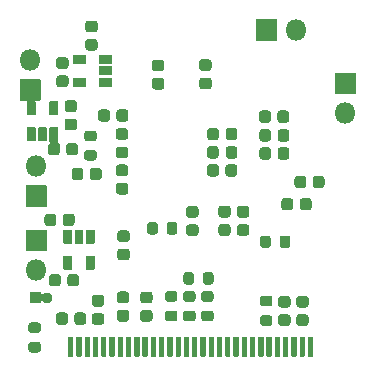
<source format=gbs>
G04 #@! TF.GenerationSoftware,KiCad,Pcbnew,(5.1.12)-1*
G04 #@! TF.CreationDate,2022-01-26T09:33:28+03:00*
G04 #@! TF.ProjectId,d_watch_v2,645f7761-7463-4685-9f76-322e6b696361,rev?*
G04 #@! TF.SameCoordinates,Original*
G04 #@! TF.FileFunction,Soldermask,Bot*
G04 #@! TF.FilePolarity,Negative*
%FSLAX46Y46*%
G04 Gerber Fmt 4.6, Leading zero omitted, Abs format (unit mm)*
G04 Created by KiCad (PCBNEW (5.1.12)-1) date 2022-01-26 09:33:28*
%MOMM*%
%LPD*%
G01*
G04 APERTURE LIST*
%ADD10O,0.950000X0.950000*%
%ADD11O,1.800000X1.800000*%
%ADD12C,0.100000*%
G04 APERTURE END LIST*
G36*
G01*
X124925000Y-59550000D02*
X124925000Y-57950000D01*
G75*
G02*
X124975000Y-57900000I50000J0D01*
G01*
X125325000Y-57900000D01*
G75*
G02*
X125375000Y-57950000I0J-50000D01*
G01*
X125375000Y-59550000D01*
G75*
G02*
X125325000Y-59600000I-50000J0D01*
G01*
X124975000Y-59600000D01*
G75*
G02*
X124925000Y-59550000I0J50000D01*
G01*
G37*
G36*
G01*
X124225000Y-59550000D02*
X124225000Y-57950000D01*
G75*
G02*
X124275000Y-57900000I50000J0D01*
G01*
X124625000Y-57900000D01*
G75*
G02*
X124675000Y-57950000I0J-50000D01*
G01*
X124675000Y-59550000D01*
G75*
G02*
X124625000Y-59600000I-50000J0D01*
G01*
X124275000Y-59600000D01*
G75*
G02*
X124225000Y-59550000I0J50000D01*
G01*
G37*
G36*
G01*
X123525000Y-59550000D02*
X123525000Y-57950000D01*
G75*
G02*
X123575000Y-57900000I50000J0D01*
G01*
X123925000Y-57900000D01*
G75*
G02*
X123975000Y-57950000I0J-50000D01*
G01*
X123975000Y-59550000D01*
G75*
G02*
X123925000Y-59600000I-50000J0D01*
G01*
X123575000Y-59600000D01*
G75*
G02*
X123525000Y-59550000I0J50000D01*
G01*
G37*
G36*
G01*
X122825000Y-59550000D02*
X122825000Y-57950000D01*
G75*
G02*
X122875000Y-57900000I50000J0D01*
G01*
X123225000Y-57900000D01*
G75*
G02*
X123275000Y-57950000I0J-50000D01*
G01*
X123275000Y-59550000D01*
G75*
G02*
X123225000Y-59600000I-50000J0D01*
G01*
X122875000Y-59600000D01*
G75*
G02*
X122825000Y-59550000I0J50000D01*
G01*
G37*
G36*
G01*
X122125000Y-59550000D02*
X122125000Y-57950000D01*
G75*
G02*
X122175000Y-57900000I50000J0D01*
G01*
X122525000Y-57900000D01*
G75*
G02*
X122575000Y-57950000I0J-50000D01*
G01*
X122575000Y-59550000D01*
G75*
G02*
X122525000Y-59600000I-50000J0D01*
G01*
X122175000Y-59600000D01*
G75*
G02*
X122125000Y-59550000I0J50000D01*
G01*
G37*
G36*
G01*
X121425000Y-59550000D02*
X121425000Y-57950000D01*
G75*
G02*
X121475000Y-57900000I50000J0D01*
G01*
X121825000Y-57900000D01*
G75*
G02*
X121875000Y-57950000I0J-50000D01*
G01*
X121875000Y-59550000D01*
G75*
G02*
X121825000Y-59600000I-50000J0D01*
G01*
X121475000Y-59600000D01*
G75*
G02*
X121425000Y-59550000I0J50000D01*
G01*
G37*
G36*
G01*
X120725000Y-59550000D02*
X120725000Y-57950000D01*
G75*
G02*
X120775000Y-57900000I50000J0D01*
G01*
X121125000Y-57900000D01*
G75*
G02*
X121175000Y-57950000I0J-50000D01*
G01*
X121175000Y-59550000D01*
G75*
G02*
X121125000Y-59600000I-50000J0D01*
G01*
X120775000Y-59600000D01*
G75*
G02*
X120725000Y-59550000I0J50000D01*
G01*
G37*
G36*
G01*
X120025000Y-59550000D02*
X120025000Y-57950000D01*
G75*
G02*
X120075000Y-57900000I50000J0D01*
G01*
X120425000Y-57900000D01*
G75*
G02*
X120475000Y-57950000I0J-50000D01*
G01*
X120475000Y-59550000D01*
G75*
G02*
X120425000Y-59600000I-50000J0D01*
G01*
X120075000Y-59600000D01*
G75*
G02*
X120025000Y-59550000I0J50000D01*
G01*
G37*
G36*
G01*
X119325000Y-59550000D02*
X119325000Y-57950000D01*
G75*
G02*
X119375000Y-57900000I50000J0D01*
G01*
X119725000Y-57900000D01*
G75*
G02*
X119775000Y-57950000I0J-50000D01*
G01*
X119775000Y-59550000D01*
G75*
G02*
X119725000Y-59600000I-50000J0D01*
G01*
X119375000Y-59600000D01*
G75*
G02*
X119325000Y-59550000I0J50000D01*
G01*
G37*
G36*
G01*
X118625000Y-59550000D02*
X118625000Y-57950000D01*
G75*
G02*
X118675000Y-57900000I50000J0D01*
G01*
X119025000Y-57900000D01*
G75*
G02*
X119075000Y-57950000I0J-50000D01*
G01*
X119075000Y-59550000D01*
G75*
G02*
X119025000Y-59600000I-50000J0D01*
G01*
X118675000Y-59600000D01*
G75*
G02*
X118625000Y-59550000I0J50000D01*
G01*
G37*
G36*
G01*
X117925000Y-59550000D02*
X117925000Y-57950000D01*
G75*
G02*
X117975000Y-57900000I50000J0D01*
G01*
X118325000Y-57900000D01*
G75*
G02*
X118375000Y-57950000I0J-50000D01*
G01*
X118375000Y-59550000D01*
G75*
G02*
X118325000Y-59600000I-50000J0D01*
G01*
X117975000Y-59600000D01*
G75*
G02*
X117925000Y-59550000I0J50000D01*
G01*
G37*
G36*
G01*
X117225000Y-59550000D02*
X117225000Y-57950000D01*
G75*
G02*
X117275000Y-57900000I50000J0D01*
G01*
X117625000Y-57900000D01*
G75*
G02*
X117675000Y-57950000I0J-50000D01*
G01*
X117675000Y-59550000D01*
G75*
G02*
X117625000Y-59600000I-50000J0D01*
G01*
X117275000Y-59600000D01*
G75*
G02*
X117225000Y-59550000I0J50000D01*
G01*
G37*
G36*
G01*
X116525000Y-59550000D02*
X116525000Y-57950000D01*
G75*
G02*
X116575000Y-57900000I50000J0D01*
G01*
X116925000Y-57900000D01*
G75*
G02*
X116975000Y-57950000I0J-50000D01*
G01*
X116975000Y-59550000D01*
G75*
G02*
X116925000Y-59600000I-50000J0D01*
G01*
X116575000Y-59600000D01*
G75*
G02*
X116525000Y-59550000I0J50000D01*
G01*
G37*
G36*
G01*
X115825000Y-59550000D02*
X115825000Y-57950000D01*
G75*
G02*
X115875000Y-57900000I50000J0D01*
G01*
X116225000Y-57900000D01*
G75*
G02*
X116275000Y-57950000I0J-50000D01*
G01*
X116275000Y-59550000D01*
G75*
G02*
X116225000Y-59600000I-50000J0D01*
G01*
X115875000Y-59600000D01*
G75*
G02*
X115825000Y-59550000I0J50000D01*
G01*
G37*
G36*
G01*
X115125000Y-59550000D02*
X115125000Y-57950000D01*
G75*
G02*
X115175000Y-57900000I50000J0D01*
G01*
X115525000Y-57900000D01*
G75*
G02*
X115575000Y-57950000I0J-50000D01*
G01*
X115575000Y-59550000D01*
G75*
G02*
X115525000Y-59600000I-50000J0D01*
G01*
X115175000Y-59600000D01*
G75*
G02*
X115125000Y-59550000I0J50000D01*
G01*
G37*
G36*
G01*
X114425000Y-59550000D02*
X114425000Y-57950000D01*
G75*
G02*
X114475000Y-57900000I50000J0D01*
G01*
X114825000Y-57900000D01*
G75*
G02*
X114875000Y-57950000I0J-50000D01*
G01*
X114875000Y-59550000D01*
G75*
G02*
X114825000Y-59600000I-50000J0D01*
G01*
X114475000Y-59600000D01*
G75*
G02*
X114425000Y-59550000I0J50000D01*
G01*
G37*
G36*
G01*
X113725000Y-59550000D02*
X113725000Y-57950000D01*
G75*
G02*
X113775000Y-57900000I50000J0D01*
G01*
X114125000Y-57900000D01*
G75*
G02*
X114175000Y-57950000I0J-50000D01*
G01*
X114175000Y-59550000D01*
G75*
G02*
X114125000Y-59600000I-50000J0D01*
G01*
X113775000Y-59600000D01*
G75*
G02*
X113725000Y-59550000I0J50000D01*
G01*
G37*
G36*
G01*
X113025000Y-59550000D02*
X113025000Y-57950000D01*
G75*
G02*
X113075000Y-57900000I50000J0D01*
G01*
X113425000Y-57900000D01*
G75*
G02*
X113475000Y-57950000I0J-50000D01*
G01*
X113475000Y-59550000D01*
G75*
G02*
X113425000Y-59600000I-50000J0D01*
G01*
X113075000Y-59600000D01*
G75*
G02*
X113025000Y-59550000I0J50000D01*
G01*
G37*
G36*
G01*
X112325000Y-59550000D02*
X112325000Y-57950000D01*
G75*
G02*
X112375000Y-57900000I50000J0D01*
G01*
X112725000Y-57900000D01*
G75*
G02*
X112775000Y-57950000I0J-50000D01*
G01*
X112775000Y-59550000D01*
G75*
G02*
X112725000Y-59600000I-50000J0D01*
G01*
X112375000Y-59600000D01*
G75*
G02*
X112325000Y-59550000I0J50000D01*
G01*
G37*
G36*
G01*
X111625000Y-59550000D02*
X111625000Y-57950000D01*
G75*
G02*
X111675000Y-57900000I50000J0D01*
G01*
X112025000Y-57900000D01*
G75*
G02*
X112075000Y-57950000I0J-50000D01*
G01*
X112075000Y-59550000D01*
G75*
G02*
X112025000Y-59600000I-50000J0D01*
G01*
X111675000Y-59600000D01*
G75*
G02*
X111625000Y-59550000I0J50000D01*
G01*
G37*
G36*
G01*
X110925000Y-59550000D02*
X110925000Y-57950000D01*
G75*
G02*
X110975000Y-57900000I50000J0D01*
G01*
X111325000Y-57900000D01*
G75*
G02*
X111375000Y-57950000I0J-50000D01*
G01*
X111375000Y-59550000D01*
G75*
G02*
X111325000Y-59600000I-50000J0D01*
G01*
X110975000Y-59600000D01*
G75*
G02*
X110925000Y-59550000I0J50000D01*
G01*
G37*
G36*
G01*
X110225000Y-59550000D02*
X110225000Y-57950000D01*
G75*
G02*
X110275000Y-57900000I50000J0D01*
G01*
X110625000Y-57900000D01*
G75*
G02*
X110675000Y-57950000I0J-50000D01*
G01*
X110675000Y-59550000D01*
G75*
G02*
X110625000Y-59600000I-50000J0D01*
G01*
X110275000Y-59600000D01*
G75*
G02*
X110225000Y-59550000I0J50000D01*
G01*
G37*
G36*
G01*
X109525000Y-59550000D02*
X109525000Y-57950000D01*
G75*
G02*
X109575000Y-57900000I50000J0D01*
G01*
X109925000Y-57900000D01*
G75*
G02*
X109975000Y-57950000I0J-50000D01*
G01*
X109975000Y-59550000D01*
G75*
G02*
X109925000Y-59600000I-50000J0D01*
G01*
X109575000Y-59600000D01*
G75*
G02*
X109525000Y-59550000I0J50000D01*
G01*
G37*
G36*
G01*
X108825000Y-59550000D02*
X108825000Y-57950000D01*
G75*
G02*
X108875000Y-57900000I50000J0D01*
G01*
X109225000Y-57900000D01*
G75*
G02*
X109275000Y-57950000I0J-50000D01*
G01*
X109275000Y-59550000D01*
G75*
G02*
X109225000Y-59600000I-50000J0D01*
G01*
X108875000Y-59600000D01*
G75*
G02*
X108825000Y-59550000I0J50000D01*
G01*
G37*
G36*
G01*
X108125000Y-59550000D02*
X108125000Y-57950000D01*
G75*
G02*
X108175000Y-57900000I50000J0D01*
G01*
X108525000Y-57900000D01*
G75*
G02*
X108575000Y-57950000I0J-50000D01*
G01*
X108575000Y-59550000D01*
G75*
G02*
X108525000Y-59600000I-50000J0D01*
G01*
X108175000Y-59600000D01*
G75*
G02*
X108125000Y-59550000I0J50000D01*
G01*
G37*
G36*
G01*
X107425000Y-59550000D02*
X107425000Y-57950000D01*
G75*
G02*
X107475000Y-57900000I50000J0D01*
G01*
X107825000Y-57900000D01*
G75*
G02*
X107875000Y-57950000I0J-50000D01*
G01*
X107875000Y-59550000D01*
G75*
G02*
X107825000Y-59600000I-50000J0D01*
G01*
X107475000Y-59600000D01*
G75*
G02*
X107425000Y-59550000I0J50000D01*
G01*
G37*
G36*
G01*
X106725000Y-59550000D02*
X106725000Y-57950000D01*
G75*
G02*
X106775000Y-57900000I50000J0D01*
G01*
X107125000Y-57900000D01*
G75*
G02*
X107175000Y-57950000I0J-50000D01*
G01*
X107175000Y-59550000D01*
G75*
G02*
X107125000Y-59600000I-50000J0D01*
G01*
X106775000Y-59600000D01*
G75*
G02*
X106725000Y-59550000I0J50000D01*
G01*
G37*
G36*
G01*
X106025000Y-59550000D02*
X106025000Y-57950000D01*
G75*
G02*
X106075000Y-57900000I50000J0D01*
G01*
X106425000Y-57900000D01*
G75*
G02*
X106475000Y-57950000I0J-50000D01*
G01*
X106475000Y-59550000D01*
G75*
G02*
X106425000Y-59600000I-50000J0D01*
G01*
X106075000Y-59600000D01*
G75*
G02*
X106025000Y-59550000I0J50000D01*
G01*
G37*
G36*
G01*
X105325000Y-59550000D02*
X105325000Y-57950000D01*
G75*
G02*
X105375000Y-57900000I50000J0D01*
G01*
X105725000Y-57900000D01*
G75*
G02*
X105775000Y-57950000I0J-50000D01*
G01*
X105775000Y-59550000D01*
G75*
G02*
X105725000Y-59600000I-50000J0D01*
G01*
X105375000Y-59600000D01*
G75*
G02*
X105325000Y-59550000I0J50000D01*
G01*
G37*
G36*
G01*
X104625000Y-59550000D02*
X104625000Y-57950000D01*
G75*
G02*
X104675000Y-57900000I50000J0D01*
G01*
X105025000Y-57900000D01*
G75*
G02*
X105075000Y-57950000I0J-50000D01*
G01*
X105075000Y-59550000D01*
G75*
G02*
X105025000Y-59600000I-50000J0D01*
G01*
X104675000Y-59600000D01*
G75*
G02*
X104625000Y-59550000I0J50000D01*
G01*
G37*
G36*
G01*
X106170000Y-34125000D02*
X106170000Y-34775000D01*
G75*
G02*
X106120000Y-34825000I-50000J0D01*
G01*
X105060000Y-34825000D01*
G75*
G02*
X105010000Y-34775000I0J50000D01*
G01*
X105010000Y-34125000D01*
G75*
G02*
X105060000Y-34075000I50000J0D01*
G01*
X106120000Y-34075000D01*
G75*
G02*
X106170000Y-34125000I0J-50000D01*
G01*
G37*
G36*
G01*
X106170000Y-36025000D02*
X106170000Y-36675000D01*
G75*
G02*
X106120000Y-36725000I-50000J0D01*
G01*
X105060000Y-36725000D01*
G75*
G02*
X105010000Y-36675000I0J50000D01*
G01*
X105010000Y-36025000D01*
G75*
G02*
X105060000Y-35975000I50000J0D01*
G01*
X106120000Y-35975000D01*
G75*
G02*
X106170000Y-36025000I0J-50000D01*
G01*
G37*
G36*
G01*
X108370000Y-36025000D02*
X108370000Y-36675000D01*
G75*
G02*
X108320000Y-36725000I-50000J0D01*
G01*
X107260000Y-36725000D01*
G75*
G02*
X107210000Y-36675000I0J50000D01*
G01*
X107210000Y-36025000D01*
G75*
G02*
X107260000Y-35975000I50000J0D01*
G01*
X108320000Y-35975000D01*
G75*
G02*
X108370000Y-36025000I0J-50000D01*
G01*
G37*
G36*
G01*
X108370000Y-35075000D02*
X108370000Y-35725000D01*
G75*
G02*
X108320000Y-35775000I-50000J0D01*
G01*
X107260000Y-35775000D01*
G75*
G02*
X107210000Y-35725000I0J50000D01*
G01*
X107210000Y-35075000D01*
G75*
G02*
X107260000Y-35025000I50000J0D01*
G01*
X108320000Y-35025000D01*
G75*
G02*
X108370000Y-35075000I0J-50000D01*
G01*
G37*
G36*
G01*
X108370000Y-34125000D02*
X108370000Y-34775000D01*
G75*
G02*
X108320000Y-34825000I-50000J0D01*
G01*
X107260000Y-34825000D01*
G75*
G02*
X107210000Y-34775000I0J50000D01*
G01*
X107210000Y-34125000D01*
G75*
G02*
X107260000Y-34075000I50000J0D01*
G01*
X108320000Y-34075000D01*
G75*
G02*
X108370000Y-34125000I0J-50000D01*
G01*
G37*
G36*
G01*
X104275000Y-51060000D02*
X104925000Y-51060000D01*
G75*
G02*
X104975000Y-51110000I0J-50000D01*
G01*
X104975000Y-52170000D01*
G75*
G02*
X104925000Y-52220000I-50000J0D01*
G01*
X104275000Y-52220000D01*
G75*
G02*
X104225000Y-52170000I0J50000D01*
G01*
X104225000Y-51110000D01*
G75*
G02*
X104275000Y-51060000I50000J0D01*
G01*
G37*
G36*
G01*
X106175000Y-51060000D02*
X106825000Y-51060000D01*
G75*
G02*
X106875000Y-51110000I0J-50000D01*
G01*
X106875000Y-52170000D01*
G75*
G02*
X106825000Y-52220000I-50000J0D01*
G01*
X106175000Y-52220000D01*
G75*
G02*
X106125000Y-52170000I0J50000D01*
G01*
X106125000Y-51110000D01*
G75*
G02*
X106175000Y-51060000I50000J0D01*
G01*
G37*
G36*
G01*
X106175000Y-48860000D02*
X106825000Y-48860000D01*
G75*
G02*
X106875000Y-48910000I0J-50000D01*
G01*
X106875000Y-49970000D01*
G75*
G02*
X106825000Y-50020000I-50000J0D01*
G01*
X106175000Y-50020000D01*
G75*
G02*
X106125000Y-49970000I0J50000D01*
G01*
X106125000Y-48910000D01*
G75*
G02*
X106175000Y-48860000I50000J0D01*
G01*
G37*
G36*
G01*
X105225000Y-48860000D02*
X105875000Y-48860000D01*
G75*
G02*
X105925000Y-48910000I0J-50000D01*
G01*
X105925000Y-49970000D01*
G75*
G02*
X105875000Y-50020000I-50000J0D01*
G01*
X105225000Y-50020000D01*
G75*
G02*
X105175000Y-49970000I0J50000D01*
G01*
X105175000Y-48910000D01*
G75*
G02*
X105225000Y-48860000I50000J0D01*
G01*
G37*
G36*
G01*
X104275000Y-48860000D02*
X104925000Y-48860000D01*
G75*
G02*
X104975000Y-48910000I0J-50000D01*
G01*
X104975000Y-49970000D01*
G75*
G02*
X104925000Y-50020000I-50000J0D01*
G01*
X104275000Y-50020000D01*
G75*
G02*
X104225000Y-49970000I0J50000D01*
G01*
X104225000Y-48910000D01*
G75*
G02*
X104275000Y-48860000I50000J0D01*
G01*
G37*
G36*
G01*
X103735000Y-39150000D02*
X103085000Y-39150000D01*
G75*
G02*
X103035000Y-39100000I0J50000D01*
G01*
X103035000Y-38040000D01*
G75*
G02*
X103085000Y-37990000I50000J0D01*
G01*
X103735000Y-37990000D01*
G75*
G02*
X103785000Y-38040000I0J-50000D01*
G01*
X103785000Y-39100000D01*
G75*
G02*
X103735000Y-39150000I-50000J0D01*
G01*
G37*
G36*
G01*
X101835000Y-39150000D02*
X101185000Y-39150000D01*
G75*
G02*
X101135000Y-39100000I0J50000D01*
G01*
X101135000Y-38040000D01*
G75*
G02*
X101185000Y-37990000I50000J0D01*
G01*
X101835000Y-37990000D01*
G75*
G02*
X101885000Y-38040000I0J-50000D01*
G01*
X101885000Y-39100000D01*
G75*
G02*
X101835000Y-39150000I-50000J0D01*
G01*
G37*
G36*
G01*
X101835000Y-41350000D02*
X101185000Y-41350000D01*
G75*
G02*
X101135000Y-41300000I0J50000D01*
G01*
X101135000Y-40240000D01*
G75*
G02*
X101185000Y-40190000I50000J0D01*
G01*
X101835000Y-40190000D01*
G75*
G02*
X101885000Y-40240000I0J-50000D01*
G01*
X101885000Y-41300000D01*
G75*
G02*
X101835000Y-41350000I-50000J0D01*
G01*
G37*
G36*
G01*
X102785000Y-41350000D02*
X102135000Y-41350000D01*
G75*
G02*
X102085000Y-41300000I0J50000D01*
G01*
X102085000Y-40240000D01*
G75*
G02*
X102135000Y-40190000I50000J0D01*
G01*
X102785000Y-40190000D01*
G75*
G02*
X102835000Y-40240000I0J-50000D01*
G01*
X102835000Y-41300000D01*
G75*
G02*
X102785000Y-41350000I-50000J0D01*
G01*
G37*
G36*
G01*
X103735000Y-41350000D02*
X103085000Y-41350000D01*
G75*
G02*
X103035000Y-41300000I0J50000D01*
G01*
X103035000Y-40240000D01*
G75*
G02*
X103085000Y-40190000I50000J0D01*
G01*
X103735000Y-40190000D01*
G75*
G02*
X103785000Y-40240000I0J-50000D01*
G01*
X103785000Y-41300000D01*
G75*
G02*
X103735000Y-41350000I-50000J0D01*
G01*
G37*
D10*
X102870000Y-54610000D03*
G36*
G01*
X102295000Y-55085000D02*
X101445000Y-55085000D01*
G75*
G02*
X101395000Y-55035000I0J50000D01*
G01*
X101395000Y-54185000D01*
G75*
G02*
X101445000Y-54135000I50000J0D01*
G01*
X102295000Y-54135000D01*
G75*
G02*
X102345000Y-54185000I0J-50000D01*
G01*
X102345000Y-55035000D01*
G75*
G02*
X102295000Y-55085000I-50000J0D01*
G01*
G37*
G36*
G01*
X125340000Y-45085000D02*
X125340000Y-44535000D01*
G75*
G02*
X125590000Y-44285000I250000J0D01*
G01*
X126090000Y-44285000D01*
G75*
G02*
X126340000Y-44535000I0J-250000D01*
G01*
X126340000Y-45085000D01*
G75*
G02*
X126090000Y-45335000I-250000J0D01*
G01*
X125590000Y-45335000D01*
G75*
G02*
X125340000Y-45085000I0J250000D01*
G01*
G37*
G36*
G01*
X123790000Y-45085000D02*
X123790000Y-44535000D01*
G75*
G02*
X124040000Y-44285000I250000J0D01*
G01*
X124540000Y-44285000D01*
G75*
G02*
X124790000Y-44535000I0J-250000D01*
G01*
X124790000Y-45085000D01*
G75*
G02*
X124540000Y-45335000I-250000J0D01*
G01*
X124040000Y-45335000D01*
G75*
G02*
X123790000Y-45085000I0J250000D01*
G01*
G37*
G36*
G01*
X124240000Y-46965000D02*
X124240000Y-46415000D01*
G75*
G02*
X124490000Y-46165000I250000J0D01*
G01*
X124990000Y-46165000D01*
G75*
G02*
X125240000Y-46415000I0J-250000D01*
G01*
X125240000Y-46965000D01*
G75*
G02*
X124990000Y-47215000I-250000J0D01*
G01*
X124490000Y-47215000D01*
G75*
G02*
X124240000Y-46965000I0J250000D01*
G01*
G37*
G36*
G01*
X122690000Y-46965000D02*
X122690000Y-46415000D01*
G75*
G02*
X122940000Y-46165000I250000J0D01*
G01*
X123440000Y-46165000D01*
G75*
G02*
X123690000Y-46415000I0J-250000D01*
G01*
X123690000Y-46965000D01*
G75*
G02*
X123440000Y-47215000I-250000J0D01*
G01*
X122940000Y-47215000D01*
G75*
G02*
X122690000Y-46965000I0J250000D01*
G01*
G37*
G36*
G01*
X109045000Y-50440000D02*
X109595000Y-50440000D01*
G75*
G02*
X109845000Y-50690000I0J-250000D01*
G01*
X109845000Y-51190000D01*
G75*
G02*
X109595000Y-51440000I-250000J0D01*
G01*
X109045000Y-51440000D01*
G75*
G02*
X108795000Y-51190000I0J250000D01*
G01*
X108795000Y-50690000D01*
G75*
G02*
X109045000Y-50440000I250000J0D01*
G01*
G37*
G36*
G01*
X109045000Y-48890000D02*
X109595000Y-48890000D01*
G75*
G02*
X109845000Y-49140000I0J-250000D01*
G01*
X109845000Y-49640000D01*
G75*
G02*
X109595000Y-49890000I-250000J0D01*
G01*
X109045000Y-49890000D01*
G75*
G02*
X108795000Y-49640000I0J250000D01*
G01*
X108795000Y-49140000D01*
G75*
G02*
X109045000Y-48890000I250000J0D01*
G01*
G37*
D11*
X101420000Y-34490000D03*
G36*
G01*
X102320000Y-36180000D02*
X102320000Y-37880000D01*
G75*
G02*
X102270000Y-37930000I-50000J0D01*
G01*
X100570000Y-37930000D01*
G75*
G02*
X100520000Y-37880000I0J50000D01*
G01*
X100520000Y-36180000D01*
G75*
G02*
X100570000Y-36130000I50000J0D01*
G01*
X102270000Y-36130000D01*
G75*
G02*
X102320000Y-36180000I0J-50000D01*
G01*
G37*
G36*
G01*
X103865000Y-35790000D02*
X104415000Y-35790000D01*
G75*
G02*
X104665000Y-36040000I0J-250000D01*
G01*
X104665000Y-36540000D01*
G75*
G02*
X104415000Y-36790000I-250000J0D01*
G01*
X103865000Y-36790000D01*
G75*
G02*
X103615000Y-36540000I0J250000D01*
G01*
X103615000Y-36040000D01*
G75*
G02*
X103865000Y-35790000I250000J0D01*
G01*
G37*
G36*
G01*
X103865000Y-34240000D02*
X104415000Y-34240000D01*
G75*
G02*
X104665000Y-34490000I0J-250000D01*
G01*
X104665000Y-34990000D01*
G75*
G02*
X104415000Y-35240000I-250000J0D01*
G01*
X103865000Y-35240000D01*
G75*
G02*
X103615000Y-34990000I0J250000D01*
G01*
X103615000Y-34490000D01*
G75*
G02*
X103865000Y-34240000I250000J0D01*
G01*
G37*
G36*
G01*
X106875000Y-32140000D02*
X106325000Y-32140000D01*
G75*
G02*
X106075000Y-31890000I0J250000D01*
G01*
X106075000Y-31390000D01*
G75*
G02*
X106325000Y-31140000I250000J0D01*
G01*
X106875000Y-31140000D01*
G75*
G02*
X107125000Y-31390000I0J-250000D01*
G01*
X107125000Y-31890000D01*
G75*
G02*
X106875000Y-32140000I-250000J0D01*
G01*
G37*
G36*
G01*
X106875000Y-33690000D02*
X106325000Y-33690000D01*
G75*
G02*
X106075000Y-33440000I0J250000D01*
G01*
X106075000Y-32940000D01*
G75*
G02*
X106325000Y-32690000I250000J0D01*
G01*
X106875000Y-32690000D01*
G75*
G02*
X107125000Y-32940000I0J-250000D01*
G01*
X107125000Y-33440000D01*
G75*
G02*
X106875000Y-33690000I-250000J0D01*
G01*
G37*
G36*
G01*
X103630000Y-47745000D02*
X103630000Y-48295000D01*
G75*
G02*
X103380000Y-48545000I-250000J0D01*
G01*
X102880000Y-48545000D01*
G75*
G02*
X102630000Y-48295000I0J250000D01*
G01*
X102630000Y-47745000D01*
G75*
G02*
X102880000Y-47495000I250000J0D01*
G01*
X103380000Y-47495000D01*
G75*
G02*
X103630000Y-47745000I0J-250000D01*
G01*
G37*
G36*
G01*
X105180000Y-47745000D02*
X105180000Y-48295000D01*
G75*
G02*
X104930000Y-48545000I-250000J0D01*
G01*
X104430000Y-48545000D01*
G75*
G02*
X104180000Y-48295000I0J250000D01*
G01*
X104180000Y-47745000D01*
G75*
G02*
X104430000Y-47495000I250000J0D01*
G01*
X104930000Y-47495000D01*
G75*
G02*
X105180000Y-47745000I0J-250000D01*
G01*
G37*
X101940000Y-52300000D03*
G36*
G01*
X101040000Y-50610000D02*
X101040000Y-48910000D01*
G75*
G02*
X101090000Y-48860000I50000J0D01*
G01*
X102790000Y-48860000D01*
G75*
G02*
X102840000Y-48910000I0J-50000D01*
G01*
X102840000Y-50610000D01*
G75*
G02*
X102790000Y-50660000I-50000J0D01*
G01*
X101090000Y-50660000D01*
G75*
G02*
X101040000Y-50610000I0J50000D01*
G01*
G37*
G36*
G01*
X105920000Y-43855000D02*
X105920000Y-44405000D01*
G75*
G02*
X105670000Y-44655000I-250000J0D01*
G01*
X105170000Y-44655000D01*
G75*
G02*
X104920000Y-44405000I0J250000D01*
G01*
X104920000Y-43855000D01*
G75*
G02*
X105170000Y-43605000I250000J0D01*
G01*
X105670000Y-43605000D01*
G75*
G02*
X105920000Y-43855000I0J-250000D01*
G01*
G37*
G36*
G01*
X107470000Y-43855000D02*
X107470000Y-44405000D01*
G75*
G02*
X107220000Y-44655000I-250000J0D01*
G01*
X106720000Y-44655000D01*
G75*
G02*
X106470000Y-44405000I0J250000D01*
G01*
X106470000Y-43855000D01*
G75*
G02*
X106720000Y-43605000I250000J0D01*
G01*
X107220000Y-43605000D01*
G75*
G02*
X107470000Y-43855000I0J-250000D01*
G01*
G37*
G36*
G01*
X104585000Y-39440000D02*
X105135000Y-39440000D01*
G75*
G02*
X105385000Y-39690000I0J-250000D01*
G01*
X105385000Y-40190000D01*
G75*
G02*
X105135000Y-40440000I-250000J0D01*
G01*
X104585000Y-40440000D01*
G75*
G02*
X104335000Y-40190000I0J250000D01*
G01*
X104335000Y-39690000D01*
G75*
G02*
X104585000Y-39440000I250000J0D01*
G01*
G37*
G36*
G01*
X104585000Y-37890000D02*
X105135000Y-37890000D01*
G75*
G02*
X105385000Y-38140000I0J-250000D01*
G01*
X105385000Y-38640000D01*
G75*
G02*
X105135000Y-38890000I-250000J0D01*
G01*
X104585000Y-38890000D01*
G75*
G02*
X104335000Y-38640000I0J250000D01*
G01*
X104335000Y-38140000D01*
G75*
G02*
X104585000Y-37890000I250000J0D01*
G01*
G37*
G36*
G01*
X104470000Y-42305000D02*
X104470000Y-41755000D01*
G75*
G02*
X104720000Y-41505000I250000J0D01*
G01*
X105220000Y-41505000D01*
G75*
G02*
X105470000Y-41755000I0J-250000D01*
G01*
X105470000Y-42305000D01*
G75*
G02*
X105220000Y-42555000I-250000J0D01*
G01*
X104720000Y-42555000D01*
G75*
G02*
X104470000Y-42305000I0J250000D01*
G01*
G37*
G36*
G01*
X102920000Y-42305000D02*
X102920000Y-41755000D01*
G75*
G02*
X103170000Y-41505000I250000J0D01*
G01*
X103670000Y-41505000D01*
G75*
G02*
X103920000Y-41755000I0J-250000D01*
G01*
X103920000Y-42305000D01*
G75*
G02*
X103670000Y-42555000I-250000J0D01*
G01*
X103170000Y-42555000D01*
G75*
G02*
X102920000Y-42305000I0J250000D01*
G01*
G37*
G36*
G01*
X101490000Y-58345000D02*
X102090000Y-58345000D01*
G75*
G02*
X102315000Y-58570000I0J-225000D01*
G01*
X102315000Y-59020000D01*
G75*
G02*
X102090000Y-59245000I-225000J0D01*
G01*
X101490000Y-59245000D01*
G75*
G02*
X101265000Y-59020000I0J225000D01*
G01*
X101265000Y-58570000D01*
G75*
G02*
X101490000Y-58345000I225000J0D01*
G01*
G37*
G36*
G01*
X101490000Y-56695000D02*
X102090000Y-56695000D01*
G75*
G02*
X102315000Y-56920000I0J-225000D01*
G01*
X102315000Y-57370000D01*
G75*
G02*
X102090000Y-57595000I-225000J0D01*
G01*
X101490000Y-57595000D01*
G75*
G02*
X101265000Y-57370000I0J225000D01*
G01*
X101265000Y-56920000D01*
G75*
G02*
X101490000Y-56695000I225000J0D01*
G01*
G37*
G36*
G01*
X121700000Y-55340000D02*
X121100000Y-55340000D01*
G75*
G02*
X120875000Y-55115000I0J225000D01*
G01*
X120875000Y-54665000D01*
G75*
G02*
X121100000Y-54440000I225000J0D01*
G01*
X121700000Y-54440000D01*
G75*
G02*
X121925000Y-54665000I0J-225000D01*
G01*
X121925000Y-55115000D01*
G75*
G02*
X121700000Y-55340000I-225000J0D01*
G01*
G37*
G36*
G01*
X121700000Y-56990000D02*
X121100000Y-56990000D01*
G75*
G02*
X120875000Y-56765000I0J225000D01*
G01*
X120875000Y-56315000D01*
G75*
G02*
X121100000Y-56090000I225000J0D01*
G01*
X121700000Y-56090000D01*
G75*
G02*
X121925000Y-56315000I0J-225000D01*
G01*
X121925000Y-56765000D01*
G75*
G02*
X121700000Y-56990000I-225000J0D01*
G01*
G37*
G36*
G01*
X113660000Y-54950000D02*
X113060000Y-54950000D01*
G75*
G02*
X112835000Y-54725000I0J225000D01*
G01*
X112835000Y-54275000D01*
G75*
G02*
X113060000Y-54050000I225000J0D01*
G01*
X113660000Y-54050000D01*
G75*
G02*
X113885000Y-54275000I0J-225000D01*
G01*
X113885000Y-54725000D01*
G75*
G02*
X113660000Y-54950000I-225000J0D01*
G01*
G37*
G36*
G01*
X113660000Y-56600000D02*
X113060000Y-56600000D01*
G75*
G02*
X112835000Y-56375000I0J225000D01*
G01*
X112835000Y-55925000D01*
G75*
G02*
X113060000Y-55700000I225000J0D01*
G01*
X113660000Y-55700000D01*
G75*
G02*
X113885000Y-55925000I0J-225000D01*
G01*
X113885000Y-56375000D01*
G75*
G02*
X113660000Y-56600000I-225000J0D01*
G01*
G37*
G36*
G01*
X115190000Y-54950000D02*
X114590000Y-54950000D01*
G75*
G02*
X114365000Y-54725000I0J225000D01*
G01*
X114365000Y-54275000D01*
G75*
G02*
X114590000Y-54050000I225000J0D01*
G01*
X115190000Y-54050000D01*
G75*
G02*
X115415000Y-54275000I0J-225000D01*
G01*
X115415000Y-54725000D01*
G75*
G02*
X115190000Y-54950000I-225000J0D01*
G01*
G37*
G36*
G01*
X115190000Y-56600000D02*
X114590000Y-56600000D01*
G75*
G02*
X114365000Y-56375000I0J225000D01*
G01*
X114365000Y-55925000D01*
G75*
G02*
X114590000Y-55700000I225000J0D01*
G01*
X115190000Y-55700000D01*
G75*
G02*
X115415000Y-55925000I0J-225000D01*
G01*
X115415000Y-56375000D01*
G75*
G02*
X115190000Y-56600000I-225000J0D01*
G01*
G37*
G36*
G01*
X116040000Y-53270000D02*
X116040000Y-52670000D01*
G75*
G02*
X116265000Y-52445000I225000J0D01*
G01*
X116715000Y-52445000D01*
G75*
G02*
X116940000Y-52670000I0J-225000D01*
G01*
X116940000Y-53270000D01*
G75*
G02*
X116715000Y-53495000I-225000J0D01*
G01*
X116265000Y-53495000D01*
G75*
G02*
X116040000Y-53270000I0J225000D01*
G01*
G37*
G36*
G01*
X114390000Y-53270000D02*
X114390000Y-52670000D01*
G75*
G02*
X114615000Y-52445000I225000J0D01*
G01*
X115065000Y-52445000D01*
G75*
G02*
X115290000Y-52670000I0J-225000D01*
G01*
X115290000Y-53270000D01*
G75*
G02*
X115065000Y-53495000I-225000J0D01*
G01*
X114615000Y-53495000D01*
G75*
G02*
X114390000Y-53270000I0J225000D01*
G01*
G37*
G36*
G01*
X116720000Y-54950000D02*
X116120000Y-54950000D01*
G75*
G02*
X115895000Y-54725000I0J225000D01*
G01*
X115895000Y-54275000D01*
G75*
G02*
X116120000Y-54050000I225000J0D01*
G01*
X116720000Y-54050000D01*
G75*
G02*
X116945000Y-54275000I0J-225000D01*
G01*
X116945000Y-54725000D01*
G75*
G02*
X116720000Y-54950000I-225000J0D01*
G01*
G37*
G36*
G01*
X116720000Y-56600000D02*
X116120000Y-56600000D01*
G75*
G02*
X115895000Y-56375000I0J225000D01*
G01*
X115895000Y-55925000D01*
G75*
G02*
X116120000Y-55700000I225000J0D01*
G01*
X116720000Y-55700000D01*
G75*
G02*
X116945000Y-55925000I0J-225000D01*
G01*
X116945000Y-56375000D01*
G75*
G02*
X116720000Y-56600000I-225000J0D01*
G01*
G37*
G36*
G01*
X112225000Y-48430000D02*
X112225000Y-49030000D01*
G75*
G02*
X112000000Y-49255000I-225000J0D01*
G01*
X111550000Y-49255000D01*
G75*
G02*
X111325000Y-49030000I0J225000D01*
G01*
X111325000Y-48430000D01*
G75*
G02*
X111550000Y-48205000I225000J0D01*
G01*
X112000000Y-48205000D01*
G75*
G02*
X112225000Y-48430000I0J-225000D01*
G01*
G37*
G36*
G01*
X113875000Y-48430000D02*
X113875000Y-49030000D01*
G75*
G02*
X113650000Y-49255000I-225000J0D01*
G01*
X113200000Y-49255000D01*
G75*
G02*
X112975000Y-49030000I0J225000D01*
G01*
X112975000Y-48430000D01*
G75*
G02*
X113200000Y-48205000I225000J0D01*
G01*
X113650000Y-48205000D01*
G75*
G02*
X113875000Y-48430000I0J-225000D01*
G01*
G37*
G36*
G01*
X122535000Y-50170000D02*
X122535000Y-49570000D01*
G75*
G02*
X122760000Y-49345000I225000J0D01*
G01*
X123210000Y-49345000D01*
G75*
G02*
X123435000Y-49570000I0J-225000D01*
G01*
X123435000Y-50170000D01*
G75*
G02*
X123210000Y-50395000I-225000J0D01*
G01*
X122760000Y-50395000D01*
G75*
G02*
X122535000Y-50170000I0J225000D01*
G01*
G37*
G36*
G01*
X120885000Y-50170000D02*
X120885000Y-49570000D01*
G75*
G02*
X121110000Y-49345000I225000J0D01*
G01*
X121560000Y-49345000D01*
G75*
G02*
X121785000Y-49570000I0J-225000D01*
G01*
X121785000Y-50170000D01*
G75*
G02*
X121560000Y-50395000I-225000J0D01*
G01*
X121110000Y-50395000D01*
G75*
G02*
X120885000Y-50170000I0J225000D01*
G01*
G37*
G36*
G01*
X106820000Y-41350000D02*
X106220000Y-41350000D01*
G75*
G02*
X105995000Y-41125000I0J225000D01*
G01*
X105995000Y-40675000D01*
G75*
G02*
X106220000Y-40450000I225000J0D01*
G01*
X106820000Y-40450000D01*
G75*
G02*
X107045000Y-40675000I0J-225000D01*
G01*
X107045000Y-41125000D01*
G75*
G02*
X106820000Y-41350000I-225000J0D01*
G01*
G37*
G36*
G01*
X106820000Y-43000000D02*
X106220000Y-43000000D01*
G75*
G02*
X105995000Y-42775000I0J225000D01*
G01*
X105995000Y-42325000D01*
G75*
G02*
X106220000Y-42100000I225000J0D01*
G01*
X106820000Y-42100000D01*
G75*
G02*
X107045000Y-42325000I0J-225000D01*
G01*
X107045000Y-42775000D01*
G75*
G02*
X106820000Y-43000000I-225000J0D01*
G01*
G37*
G36*
G01*
X108908750Y-41842500D02*
X109471250Y-41842500D01*
G75*
G02*
X109715000Y-42086250I0J-243750D01*
G01*
X109715000Y-42573750D01*
G75*
G02*
X109471250Y-42817500I-243750J0D01*
G01*
X108908750Y-42817500D01*
G75*
G02*
X108665000Y-42573750I0J243750D01*
G01*
X108665000Y-42086250D01*
G75*
G02*
X108908750Y-41842500I243750J0D01*
G01*
G37*
G36*
G01*
X108908750Y-40267500D02*
X109471250Y-40267500D01*
G75*
G02*
X109715000Y-40511250I0J-243750D01*
G01*
X109715000Y-40998750D01*
G75*
G02*
X109471250Y-41242500I-243750J0D01*
G01*
X108908750Y-41242500D01*
G75*
G02*
X108665000Y-40998750I0J243750D01*
G01*
X108665000Y-40511250D01*
G75*
G02*
X108908750Y-40267500I243750J0D01*
G01*
G37*
G36*
G01*
X117377500Y-42018750D02*
X117377500Y-42581250D01*
G75*
G02*
X117133750Y-42825000I-243750J0D01*
G01*
X116646250Y-42825000D01*
G75*
G02*
X116402500Y-42581250I0J243750D01*
G01*
X116402500Y-42018750D01*
G75*
G02*
X116646250Y-41775000I243750J0D01*
G01*
X117133750Y-41775000D01*
G75*
G02*
X117377500Y-42018750I0J-243750D01*
G01*
G37*
G36*
G01*
X118952500Y-42018750D02*
X118952500Y-42581250D01*
G75*
G02*
X118708750Y-42825000I-243750J0D01*
G01*
X118221250Y-42825000D01*
G75*
G02*
X117977500Y-42581250I0J243750D01*
G01*
X117977500Y-42018750D01*
G75*
G02*
X118221250Y-41775000I243750J0D01*
G01*
X118708750Y-41775000D01*
G75*
G02*
X118952500Y-42018750I0J-243750D01*
G01*
G37*
G36*
G01*
X117982500Y-41031250D02*
X117982500Y-40468750D01*
G75*
G02*
X118226250Y-40225000I243750J0D01*
G01*
X118713750Y-40225000D01*
G75*
G02*
X118957500Y-40468750I0J-243750D01*
G01*
X118957500Y-41031250D01*
G75*
G02*
X118713750Y-41275000I-243750J0D01*
G01*
X118226250Y-41275000D01*
G75*
G02*
X117982500Y-41031250I0J243750D01*
G01*
G37*
G36*
G01*
X116407500Y-41031250D02*
X116407500Y-40468750D01*
G75*
G02*
X116651250Y-40225000I243750J0D01*
G01*
X117138750Y-40225000D01*
G75*
G02*
X117382500Y-40468750I0J-243750D01*
G01*
X117382500Y-41031250D01*
G75*
G02*
X117138750Y-41275000I-243750J0D01*
G01*
X116651250Y-41275000D01*
G75*
G02*
X116407500Y-41031250I0J243750D01*
G01*
G37*
X123960000Y-31940000D03*
G36*
G01*
X122270000Y-32840000D02*
X120570000Y-32840000D01*
G75*
G02*
X120520000Y-32790000I0J50000D01*
G01*
X120520000Y-31090000D01*
G75*
G02*
X120570000Y-31040000I50000J0D01*
G01*
X122270000Y-31040000D01*
G75*
G02*
X122320000Y-31090000I0J-50000D01*
G01*
X122320000Y-32790000D01*
G75*
G02*
X122270000Y-32840000I-50000J0D01*
G01*
G37*
X128100000Y-39000000D03*
G36*
G01*
X127200000Y-37310000D02*
X127200000Y-35610000D01*
G75*
G02*
X127250000Y-35560000I50000J0D01*
G01*
X128950000Y-35560000D01*
G75*
G02*
X129000000Y-35610000I0J-50000D01*
G01*
X129000000Y-37310000D01*
G75*
G02*
X128950000Y-37360000I-50000J0D01*
G01*
X127250000Y-37360000D01*
G75*
G02*
X127200000Y-37310000I0J50000D01*
G01*
G37*
X101940000Y-43460000D03*
G36*
G01*
X102840000Y-45150000D02*
X102840000Y-46850000D01*
G75*
G02*
X102790000Y-46900000I-50000J0D01*
G01*
X101090000Y-46900000D01*
G75*
G02*
X101040000Y-46850000I0J50000D01*
G01*
X101040000Y-45150000D01*
G75*
G02*
X101090000Y-45100000I50000J0D01*
G01*
X102790000Y-45100000D01*
G75*
G02*
X102840000Y-45150000I0J-50000D01*
G01*
G37*
G36*
G01*
X123215000Y-55450000D02*
X122665000Y-55450000D01*
G75*
G02*
X122415000Y-55200000I0J250000D01*
G01*
X122415000Y-54700000D01*
G75*
G02*
X122665000Y-54450000I250000J0D01*
G01*
X123215000Y-54450000D01*
G75*
G02*
X123465000Y-54700000I0J-250000D01*
G01*
X123465000Y-55200000D01*
G75*
G02*
X123215000Y-55450000I-250000J0D01*
G01*
G37*
G36*
G01*
X123215000Y-57000000D02*
X122665000Y-57000000D01*
G75*
G02*
X122415000Y-56750000I0J250000D01*
G01*
X122415000Y-56250000D01*
G75*
G02*
X122665000Y-56000000I250000J0D01*
G01*
X123215000Y-56000000D01*
G75*
G02*
X123465000Y-56250000I0J-250000D01*
G01*
X123465000Y-56750000D01*
G75*
G02*
X123215000Y-57000000I-250000J0D01*
G01*
G37*
G36*
G01*
X111525000Y-55090000D02*
X110975000Y-55090000D01*
G75*
G02*
X110725000Y-54840000I0J250000D01*
G01*
X110725000Y-54340000D01*
G75*
G02*
X110975000Y-54090000I250000J0D01*
G01*
X111525000Y-54090000D01*
G75*
G02*
X111775000Y-54340000I0J-250000D01*
G01*
X111775000Y-54840000D01*
G75*
G02*
X111525000Y-55090000I-250000J0D01*
G01*
G37*
G36*
G01*
X111525000Y-56640000D02*
X110975000Y-56640000D01*
G75*
G02*
X110725000Y-56390000I0J250000D01*
G01*
X110725000Y-55890000D01*
G75*
G02*
X110975000Y-55640000I250000J0D01*
G01*
X111525000Y-55640000D01*
G75*
G02*
X111775000Y-55890000I0J-250000D01*
G01*
X111775000Y-56390000D01*
G75*
G02*
X111525000Y-56640000I-250000J0D01*
G01*
G37*
G36*
G01*
X109555000Y-55080000D02*
X109005000Y-55080000D01*
G75*
G02*
X108755000Y-54830000I0J250000D01*
G01*
X108755000Y-54330000D01*
G75*
G02*
X109005000Y-54080000I250000J0D01*
G01*
X109555000Y-54080000D01*
G75*
G02*
X109805000Y-54330000I0J-250000D01*
G01*
X109805000Y-54830000D01*
G75*
G02*
X109555000Y-55080000I-250000J0D01*
G01*
G37*
G36*
G01*
X109555000Y-56630000D02*
X109005000Y-56630000D01*
G75*
G02*
X108755000Y-56380000I0J250000D01*
G01*
X108755000Y-55880000D01*
G75*
G02*
X109005000Y-55630000I250000J0D01*
G01*
X109555000Y-55630000D01*
G75*
G02*
X109805000Y-55880000I0J-250000D01*
G01*
X109805000Y-56380000D01*
G75*
G02*
X109555000Y-56630000I-250000J0D01*
G01*
G37*
G36*
G01*
X107435000Y-55360000D02*
X106885000Y-55360000D01*
G75*
G02*
X106635000Y-55110000I0J250000D01*
G01*
X106635000Y-54610000D01*
G75*
G02*
X106885000Y-54360000I250000J0D01*
G01*
X107435000Y-54360000D01*
G75*
G02*
X107685000Y-54610000I0J-250000D01*
G01*
X107685000Y-55110000D01*
G75*
G02*
X107435000Y-55360000I-250000J0D01*
G01*
G37*
G36*
G01*
X107435000Y-56910000D02*
X106885000Y-56910000D01*
G75*
G02*
X106635000Y-56660000I0J250000D01*
G01*
X106635000Y-56160000D01*
G75*
G02*
X106885000Y-55910000I250000J0D01*
G01*
X107435000Y-55910000D01*
G75*
G02*
X107685000Y-56160000I0J-250000D01*
G01*
X107685000Y-56660000D01*
G75*
G02*
X107435000Y-56910000I-250000J0D01*
G01*
G37*
G36*
G01*
X105160000Y-56655000D02*
X105160000Y-56105000D01*
G75*
G02*
X105410000Y-55855000I250000J0D01*
G01*
X105910000Y-55855000D01*
G75*
G02*
X106160000Y-56105000I0J-250000D01*
G01*
X106160000Y-56655000D01*
G75*
G02*
X105910000Y-56905000I-250000J0D01*
G01*
X105410000Y-56905000D01*
G75*
G02*
X105160000Y-56655000I0J250000D01*
G01*
G37*
G36*
G01*
X103610000Y-56655000D02*
X103610000Y-56105000D01*
G75*
G02*
X103860000Y-55855000I250000J0D01*
G01*
X104360000Y-55855000D01*
G75*
G02*
X104610000Y-56105000I0J-250000D01*
G01*
X104610000Y-56655000D01*
G75*
G02*
X104360000Y-56905000I-250000J0D01*
G01*
X103860000Y-56905000D01*
G75*
G02*
X103610000Y-56655000I0J250000D01*
G01*
G37*
G36*
G01*
X124745000Y-55450000D02*
X124195000Y-55450000D01*
G75*
G02*
X123945000Y-55200000I0J250000D01*
G01*
X123945000Y-54700000D01*
G75*
G02*
X124195000Y-54450000I250000J0D01*
G01*
X124745000Y-54450000D01*
G75*
G02*
X124995000Y-54700000I0J-250000D01*
G01*
X124995000Y-55200000D01*
G75*
G02*
X124745000Y-55450000I-250000J0D01*
G01*
G37*
G36*
G01*
X124745000Y-57000000D02*
X124195000Y-57000000D01*
G75*
G02*
X123945000Y-56750000I0J250000D01*
G01*
X123945000Y-56250000D01*
G75*
G02*
X124195000Y-56000000I250000J0D01*
G01*
X124745000Y-56000000D01*
G75*
G02*
X124995000Y-56250000I0J-250000D01*
G01*
X124995000Y-56750000D01*
G75*
G02*
X124745000Y-57000000I-250000J0D01*
G01*
G37*
G36*
G01*
X108925000Y-44875000D02*
X109475000Y-44875000D01*
G75*
G02*
X109725000Y-45125000I0J-250000D01*
G01*
X109725000Y-45625000D01*
G75*
G02*
X109475000Y-45875000I-250000J0D01*
G01*
X108925000Y-45875000D01*
G75*
G02*
X108675000Y-45625000I0J250000D01*
G01*
X108675000Y-45125000D01*
G75*
G02*
X108925000Y-44875000I250000J0D01*
G01*
G37*
G36*
G01*
X108925000Y-43325000D02*
X109475000Y-43325000D01*
G75*
G02*
X109725000Y-43575000I0J-250000D01*
G01*
X109725000Y-44075000D01*
G75*
G02*
X109475000Y-44325000I-250000J0D01*
G01*
X108925000Y-44325000D01*
G75*
G02*
X108675000Y-44075000I0J250000D01*
G01*
X108675000Y-43575000D01*
G75*
G02*
X108925000Y-43325000I250000J0D01*
G01*
G37*
G36*
G01*
X116525000Y-35415000D02*
X115975000Y-35415000D01*
G75*
G02*
X115725000Y-35165000I0J250000D01*
G01*
X115725000Y-34665000D01*
G75*
G02*
X115975000Y-34415000I250000J0D01*
G01*
X116525000Y-34415000D01*
G75*
G02*
X116775000Y-34665000I0J-250000D01*
G01*
X116775000Y-35165000D01*
G75*
G02*
X116525000Y-35415000I-250000J0D01*
G01*
G37*
G36*
G01*
X116525000Y-36965000D02*
X115975000Y-36965000D01*
G75*
G02*
X115725000Y-36715000I0J250000D01*
G01*
X115725000Y-36215000D01*
G75*
G02*
X115975000Y-35965000I250000J0D01*
G01*
X116525000Y-35965000D01*
G75*
G02*
X116775000Y-36215000I0J-250000D01*
G01*
X116775000Y-36715000D01*
G75*
G02*
X116525000Y-36965000I-250000J0D01*
G01*
G37*
G36*
G01*
X104010000Y-52855000D02*
X104010000Y-53405000D01*
G75*
G02*
X103760000Y-53655000I-250000J0D01*
G01*
X103260000Y-53655000D01*
G75*
G02*
X103010000Y-53405000I0J250000D01*
G01*
X103010000Y-52855000D01*
G75*
G02*
X103260000Y-52605000I250000J0D01*
G01*
X103760000Y-52605000D01*
G75*
G02*
X104010000Y-52855000I0J-250000D01*
G01*
G37*
G36*
G01*
X105560000Y-52855000D02*
X105560000Y-53405000D01*
G75*
G02*
X105310000Y-53655000I-250000J0D01*
G01*
X104810000Y-53655000D01*
G75*
G02*
X104560000Y-53405000I0J250000D01*
G01*
X104560000Y-52855000D01*
G75*
G02*
X104810000Y-52605000I250000J0D01*
G01*
X105310000Y-52605000D01*
G75*
G02*
X105560000Y-52855000I0J-250000D01*
G01*
G37*
G36*
G01*
X122370000Y-42675000D02*
X122370000Y-42125000D01*
G75*
G02*
X122620000Y-41875000I250000J0D01*
G01*
X123120000Y-41875000D01*
G75*
G02*
X123370000Y-42125000I0J-250000D01*
G01*
X123370000Y-42675000D01*
G75*
G02*
X123120000Y-42925000I-250000J0D01*
G01*
X122620000Y-42925000D01*
G75*
G02*
X122370000Y-42675000I0J250000D01*
G01*
G37*
G36*
G01*
X120820000Y-42675000D02*
X120820000Y-42125000D01*
G75*
G02*
X121070000Y-41875000I250000J0D01*
G01*
X121570000Y-41875000D01*
G75*
G02*
X121820000Y-42125000I0J-250000D01*
G01*
X121820000Y-42675000D01*
G75*
G02*
X121570000Y-42925000I-250000J0D01*
G01*
X121070000Y-42925000D01*
G75*
G02*
X120820000Y-42675000I0J250000D01*
G01*
G37*
G36*
G01*
X122370000Y-41135000D02*
X122370000Y-40585000D01*
G75*
G02*
X122620000Y-40335000I250000J0D01*
G01*
X123120000Y-40335000D01*
G75*
G02*
X123370000Y-40585000I0J-250000D01*
G01*
X123370000Y-41135000D01*
G75*
G02*
X123120000Y-41385000I-250000J0D01*
G01*
X122620000Y-41385000D01*
G75*
G02*
X122370000Y-41135000I0J250000D01*
G01*
G37*
G36*
G01*
X120820000Y-41135000D02*
X120820000Y-40585000D01*
G75*
G02*
X121070000Y-40335000I250000J0D01*
G01*
X121570000Y-40335000D01*
G75*
G02*
X121820000Y-40585000I0J-250000D01*
G01*
X121820000Y-41135000D01*
G75*
G02*
X121570000Y-41385000I-250000J0D01*
G01*
X121070000Y-41385000D01*
G75*
G02*
X120820000Y-41135000I0J250000D01*
G01*
G37*
G36*
G01*
X119165000Y-48380000D02*
X119715000Y-48380000D01*
G75*
G02*
X119965000Y-48630000I0J-250000D01*
G01*
X119965000Y-49130000D01*
G75*
G02*
X119715000Y-49380000I-250000J0D01*
G01*
X119165000Y-49380000D01*
G75*
G02*
X118915000Y-49130000I0J250000D01*
G01*
X118915000Y-48630000D01*
G75*
G02*
X119165000Y-48380000I250000J0D01*
G01*
G37*
G36*
G01*
X119165000Y-46830000D02*
X119715000Y-46830000D01*
G75*
G02*
X119965000Y-47080000I0J-250000D01*
G01*
X119965000Y-47580000D01*
G75*
G02*
X119715000Y-47830000I-250000J0D01*
G01*
X119165000Y-47830000D01*
G75*
G02*
X118915000Y-47580000I0J250000D01*
G01*
X118915000Y-47080000D01*
G75*
G02*
X119165000Y-46830000I250000J0D01*
G01*
G37*
G36*
G01*
X117400000Y-43555000D02*
X117400000Y-44105000D01*
G75*
G02*
X117150000Y-44355000I-250000J0D01*
G01*
X116650000Y-44355000D01*
G75*
G02*
X116400000Y-44105000I0J250000D01*
G01*
X116400000Y-43555000D01*
G75*
G02*
X116650000Y-43305000I250000J0D01*
G01*
X117150000Y-43305000D01*
G75*
G02*
X117400000Y-43555000I0J-250000D01*
G01*
G37*
G36*
G01*
X118950000Y-43555000D02*
X118950000Y-44105000D01*
G75*
G02*
X118700000Y-44355000I-250000J0D01*
G01*
X118200000Y-44355000D01*
G75*
G02*
X117950000Y-44105000I0J250000D01*
G01*
X117950000Y-43555000D01*
G75*
G02*
X118200000Y-43305000I250000J0D01*
G01*
X118700000Y-43305000D01*
G75*
G02*
X118950000Y-43555000I0J-250000D01*
G01*
G37*
G36*
G01*
X117595000Y-48370000D02*
X118145000Y-48370000D01*
G75*
G02*
X118395000Y-48620000I0J-250000D01*
G01*
X118395000Y-49120000D01*
G75*
G02*
X118145000Y-49370000I-250000J0D01*
G01*
X117595000Y-49370000D01*
G75*
G02*
X117345000Y-49120000I0J250000D01*
G01*
X117345000Y-48620000D01*
G75*
G02*
X117595000Y-48370000I250000J0D01*
G01*
G37*
G36*
G01*
X117595000Y-46820000D02*
X118145000Y-46820000D01*
G75*
G02*
X118395000Y-47070000I0J-250000D01*
G01*
X118395000Y-47570000D01*
G75*
G02*
X118145000Y-47820000I-250000J0D01*
G01*
X117595000Y-47820000D01*
G75*
G02*
X117345000Y-47570000I0J250000D01*
G01*
X117345000Y-47070000D01*
G75*
G02*
X117595000Y-46820000I250000J0D01*
G01*
G37*
G36*
G01*
X114875000Y-48390000D02*
X115425000Y-48390000D01*
G75*
G02*
X115675000Y-48640000I0J-250000D01*
G01*
X115675000Y-49140000D01*
G75*
G02*
X115425000Y-49390000I-250000J0D01*
G01*
X114875000Y-49390000D01*
G75*
G02*
X114625000Y-49140000I0J250000D01*
G01*
X114625000Y-48640000D01*
G75*
G02*
X114875000Y-48390000I250000J0D01*
G01*
G37*
G36*
G01*
X114875000Y-46840000D02*
X115425000Y-46840000D01*
G75*
G02*
X115675000Y-47090000I0J-250000D01*
G01*
X115675000Y-47590000D01*
G75*
G02*
X115425000Y-47840000I-250000J0D01*
G01*
X114875000Y-47840000D01*
G75*
G02*
X114625000Y-47590000I0J250000D01*
G01*
X114625000Y-47090000D01*
G75*
G02*
X114875000Y-46840000I250000J0D01*
G01*
G37*
G36*
G01*
X122350000Y-39555000D02*
X122350000Y-39005000D01*
G75*
G02*
X122600000Y-38755000I250000J0D01*
G01*
X123100000Y-38755000D01*
G75*
G02*
X123350000Y-39005000I0J-250000D01*
G01*
X123350000Y-39555000D01*
G75*
G02*
X123100000Y-39805000I-250000J0D01*
G01*
X122600000Y-39805000D01*
G75*
G02*
X122350000Y-39555000I0J250000D01*
G01*
G37*
G36*
G01*
X120800000Y-39555000D02*
X120800000Y-39005000D01*
G75*
G02*
X121050000Y-38755000I250000J0D01*
G01*
X121550000Y-38755000D01*
G75*
G02*
X121800000Y-39005000I0J-250000D01*
G01*
X121800000Y-39555000D01*
G75*
G02*
X121550000Y-39805000I-250000J0D01*
G01*
X121050000Y-39805000D01*
G75*
G02*
X120800000Y-39555000I0J250000D01*
G01*
G37*
G36*
G01*
X112525000Y-35440000D02*
X111975000Y-35440000D01*
G75*
G02*
X111725000Y-35190000I0J250000D01*
G01*
X111725000Y-34690000D01*
G75*
G02*
X111975000Y-34440000I250000J0D01*
G01*
X112525000Y-34440000D01*
G75*
G02*
X112775000Y-34690000I0J-250000D01*
G01*
X112775000Y-35190000D01*
G75*
G02*
X112525000Y-35440000I-250000J0D01*
G01*
G37*
G36*
G01*
X112525000Y-36990000D02*
X111975000Y-36990000D01*
G75*
G02*
X111725000Y-36740000I0J250000D01*
G01*
X111725000Y-36240000D01*
G75*
G02*
X111975000Y-35990000I250000J0D01*
G01*
X112525000Y-35990000D01*
G75*
G02*
X112775000Y-36240000I0J-250000D01*
G01*
X112775000Y-36740000D01*
G75*
G02*
X112525000Y-36990000I-250000J0D01*
G01*
G37*
G36*
G01*
X108170000Y-38905000D02*
X108170000Y-39455000D01*
G75*
G02*
X107920000Y-39705000I-250000J0D01*
G01*
X107420000Y-39705000D01*
G75*
G02*
X107170000Y-39455000I0J250000D01*
G01*
X107170000Y-38905000D01*
G75*
G02*
X107420000Y-38655000I250000J0D01*
G01*
X107920000Y-38655000D01*
G75*
G02*
X108170000Y-38905000I0J-250000D01*
G01*
G37*
G36*
G01*
X109720000Y-38905000D02*
X109720000Y-39455000D01*
G75*
G02*
X109470000Y-39705000I-250000J0D01*
G01*
X108970000Y-39705000D01*
G75*
G02*
X108720000Y-39455000I0J250000D01*
G01*
X108720000Y-38905000D01*
G75*
G02*
X108970000Y-38655000I250000J0D01*
G01*
X109470000Y-38655000D01*
G75*
G02*
X109720000Y-38905000I0J-250000D01*
G01*
G37*
D12*
G36*
X102346990Y-54225549D02*
G01*
X102348891Y-54244859D01*
X102354469Y-54263244D01*
X102363524Y-54280185D01*
X102375710Y-54295034D01*
X102390559Y-54307220D01*
X102407500Y-54316275D01*
X102425885Y-54321853D01*
X102444999Y-54323735D01*
X102464113Y-54321853D01*
X102482498Y-54316275D01*
X102499439Y-54307220D01*
X102510643Y-54298025D01*
X102512617Y-54297699D01*
X102513885Y-54299245D01*
X102513326Y-54300985D01*
X102504374Y-54309937D01*
X102452860Y-54387034D01*
X102417377Y-54472697D01*
X102399287Y-54563641D01*
X102399287Y-54656359D01*
X102417377Y-54747303D01*
X102452860Y-54832966D01*
X102504374Y-54910063D01*
X102513326Y-54919015D01*
X102513844Y-54920947D01*
X102512430Y-54922361D01*
X102510643Y-54921975D01*
X102499439Y-54912780D01*
X102482498Y-54903725D01*
X102464113Y-54898147D01*
X102444999Y-54896265D01*
X102425885Y-54898147D01*
X102407500Y-54903725D01*
X102390559Y-54912780D01*
X102375710Y-54924966D01*
X102363524Y-54939815D01*
X102354469Y-54956756D01*
X102348891Y-54975141D01*
X102346990Y-54994451D01*
X102345825Y-54996077D01*
X102343835Y-54995881D01*
X102343000Y-54994255D01*
X102343000Y-54225745D01*
X102344000Y-54224013D01*
X102346000Y-54224013D01*
X102346990Y-54225549D01*
G37*
G36*
X103786732Y-41349000D02*
G01*
X103787000Y-41350000D01*
X103787000Y-41409636D01*
X103786764Y-41410579D01*
X103785737Y-41412500D01*
X103780159Y-41430885D01*
X103778277Y-41449999D01*
X103780159Y-41469113D01*
X103785737Y-41487498D01*
X103794792Y-41504439D01*
X103806978Y-41519288D01*
X103821869Y-41531508D01*
X103830101Y-41536442D01*
X103831788Y-41537344D01*
X103832114Y-41537562D01*
X103862348Y-41562375D01*
X103862625Y-41562652D01*
X103887439Y-41592886D01*
X103887657Y-41593212D01*
X103906092Y-41627703D01*
X103906242Y-41628065D01*
X103917596Y-41665494D01*
X103917672Y-41665879D01*
X103921990Y-41709721D01*
X103922000Y-41709917D01*
X103922000Y-41755000D01*
X103921000Y-41756732D01*
X103919000Y-41756732D01*
X103918010Y-41755196D01*
X103913226Y-41706622D01*
X103899113Y-41660098D01*
X103876196Y-41617223D01*
X103845356Y-41579644D01*
X103807777Y-41548804D01*
X103764902Y-41525887D01*
X103718378Y-41511774D01*
X103669906Y-41507000D01*
X103170094Y-41507000D01*
X103121622Y-41511774D01*
X103075098Y-41525887D01*
X103032223Y-41548804D01*
X102994644Y-41579644D01*
X102963804Y-41617223D01*
X102940887Y-41660098D01*
X102926774Y-41706622D01*
X102921990Y-41755196D01*
X102920825Y-41756822D01*
X102918835Y-41756626D01*
X102918000Y-41755000D01*
X102918000Y-41709917D01*
X102918010Y-41709721D01*
X102922328Y-41665879D01*
X102922404Y-41665494D01*
X102933758Y-41628065D01*
X102933908Y-41627703D01*
X102952343Y-41593212D01*
X102952561Y-41592886D01*
X102977375Y-41562652D01*
X102977652Y-41562375D01*
X103007886Y-41537562D01*
X103008212Y-41537344D01*
X103009845Y-41536471D01*
X103025897Y-41525746D01*
X103039479Y-41512164D01*
X103050151Y-41496192D01*
X103057502Y-41478446D01*
X103061250Y-41459602D01*
X103061251Y-41440397D01*
X103057502Y-41421553D01*
X103050151Y-41403807D01*
X103039480Y-41387835D01*
X103033586Y-41381941D01*
X103033000Y-41380527D01*
X103033000Y-41350000D01*
X103034000Y-41348268D01*
X103035000Y-41348000D01*
X103785000Y-41348000D01*
X103786732Y-41349000D01*
G37*
G36*
X101986731Y-37929000D02*
G01*
X101986731Y-37931000D01*
X101985195Y-37931990D01*
X101965885Y-37933891D01*
X101947500Y-37939469D01*
X101930559Y-37948524D01*
X101915710Y-37960710D01*
X101903524Y-37975559D01*
X101894469Y-37992500D01*
X101888891Y-38010885D01*
X101886990Y-38030195D01*
X101885825Y-38031821D01*
X101883835Y-38031625D01*
X101883000Y-38029999D01*
X101883000Y-37992000D01*
X101137000Y-37992000D01*
X101137000Y-38029999D01*
X101136000Y-38031731D01*
X101134000Y-38031731D01*
X101133010Y-38030195D01*
X101131109Y-38010885D01*
X101125531Y-37992500D01*
X101116476Y-37975559D01*
X101104290Y-37960710D01*
X101089441Y-37948524D01*
X101072500Y-37939469D01*
X101054115Y-37933891D01*
X101034805Y-37931990D01*
X101033179Y-37930825D01*
X101033375Y-37928835D01*
X101035001Y-37928000D01*
X101984999Y-37928000D01*
X101986731Y-37929000D01*
G37*
M02*

</source>
